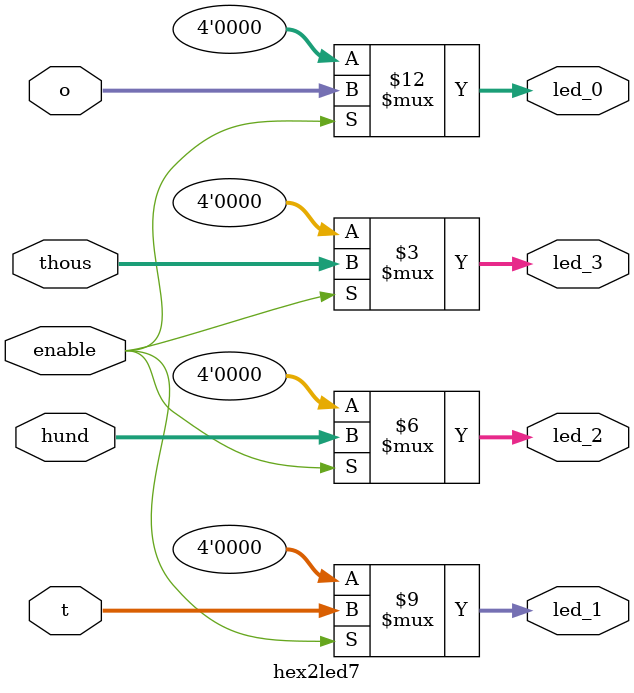
<source format=v>
`timescale 1ns / 1ps


module hex2led7(
    input wire enable, //assign for SW1
    input wire [3:0] thous,
    input wire [3:0] hund,
    input wire [3:0] t,
    input wire [3:0] o,
    output reg [3:0] led_0,
    output reg [3:0] led_1,
    output reg [3:0] led_2,
    output reg [3:0] led_3
);

always @* begin
    if (enable) begin
	led_0 = o;
	led_1 = t;
	led_2 = hund;
	led_3 = thous;
	end else begin
	led_0 = 4'b0000;
	led_1 = 4'b0000;
	led_2 = 4'b0000;
	led_3 = 4'b0000;
	end
end
endmodule

</source>
